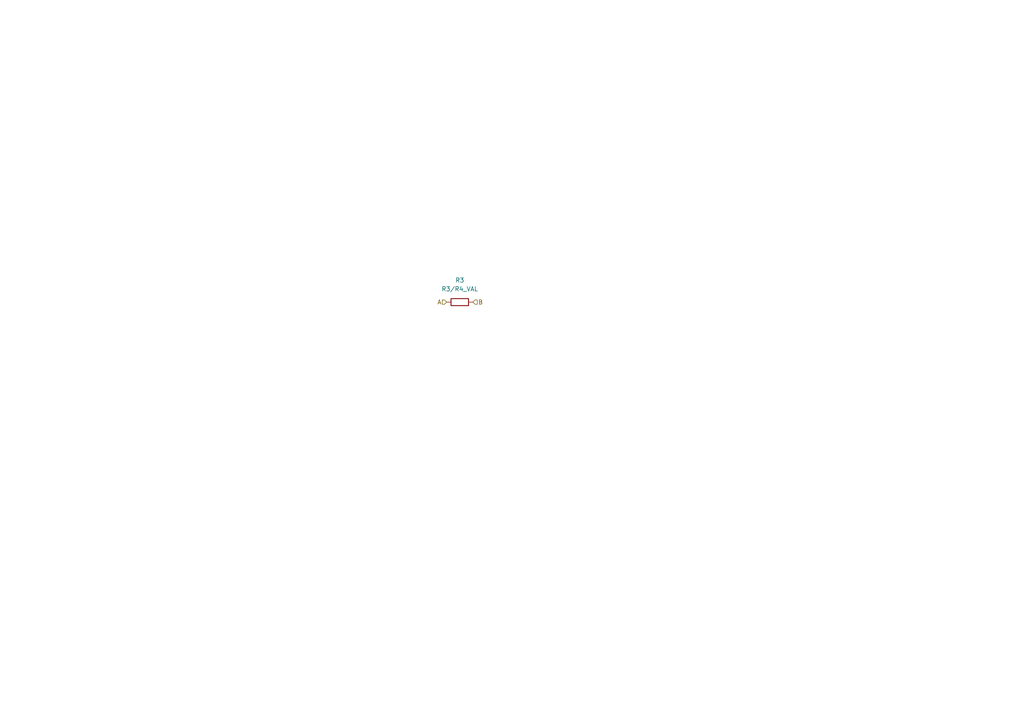
<source format=kicad_sch>
(kicad_sch (version 20210621) (generator eeschema)
  (paper "A4")
  (lib_symbols
    (symbol "Device:R" (pin_numbers hide) (pin_names (offset 0))
      (property "Reference" "R" (at 2.032 0 90))
      (property "Value" "R" (at 0 0 90))
      (symbol "R_0_1"
        (rectangle (start -1.016 -2.54) (end 1.016 2.54) (stroke (width 0.254)))
      )
      (symbol "R_1_1"
        (pin passive line (at 0 3.81 270) (length 1.27) (name "~") (number "1"))
        (pin passive line (at 0 -3.81 90) (length 1.27) (name "~") (number "2"))
      )
    )
  )
  (hierarchical_label "B" (shape input) (at 137.16 87.63 0))
  (hierarchical_label "A" (shape input) (at 129.54 87.63 180))
  (symbol (lib_id "Device:R") (at 133.35 87.63 90)
    (property "Reference" "R3" (at 133.35 81.28 90))
    (property "Value" "R3/R4_VAL" (at 133.35 83.82 90))
    (property "Footprint" "Resistor_SMD:R_0402_1005Metric" (effects hide))
    (property "LCSC" "LCSC_R3/R4" (effects hide))
  )
)
</source>
